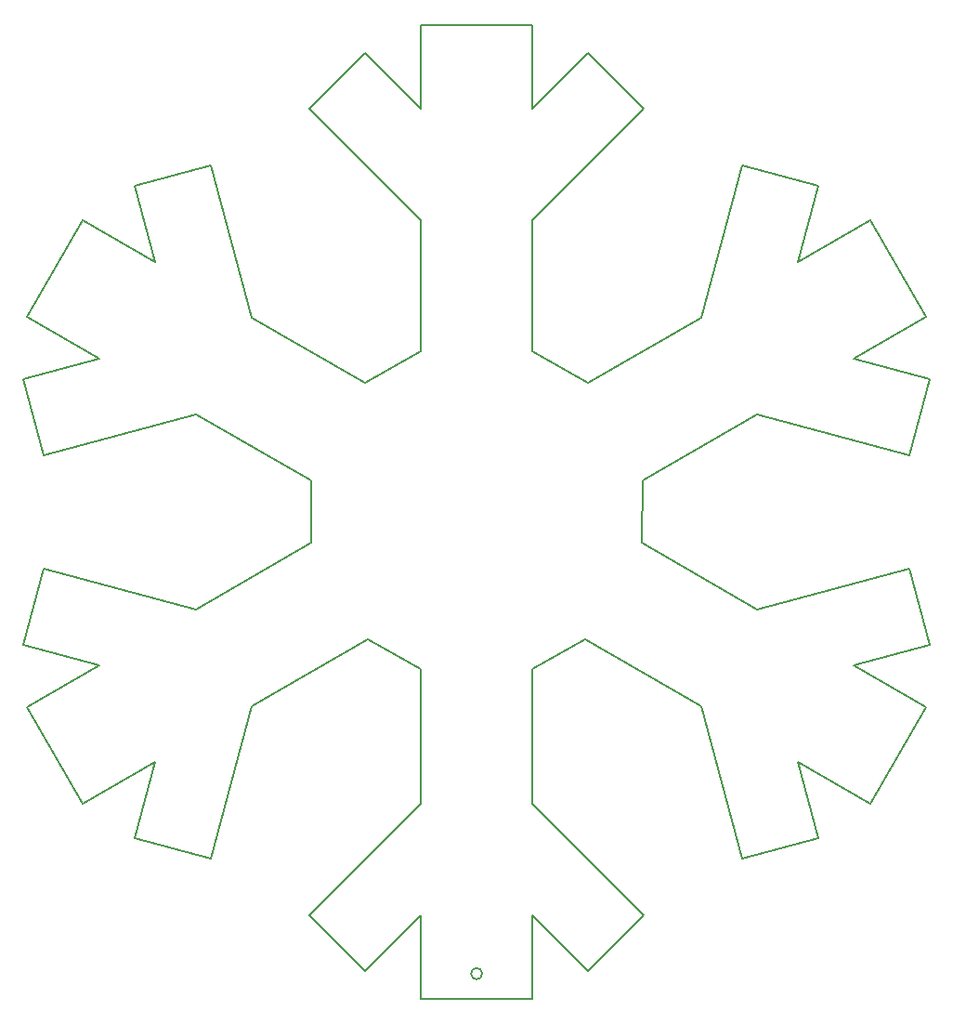
<source format=gm1>
G04 #@! TF.FileFunction,Profile,NP*
%FSLAX46Y46*%
G04 Gerber Fmt 4.6, Leading zero omitted, Abs format (unit mm)*
G04 Created by KiCad (PCBNEW 4.0.5+dfsg1-4) date Thu Nov 23 17:58:13 2017*
%MOMM*%
%LPD*%
G01*
G04 APERTURE LIST*
%ADD10C,0.100000*%
%ADD11C,0.150000*%
G04 APERTURE END LIST*
D10*
D11*
X138302578Y-149004630D02*
G75*
G03X138302578Y-149004630I-508000J0D01*
G01*
X122732379Y-109761633D02*
X122681579Y-104072029D01*
X132714581Y-92261031D02*
X127659981Y-95207434D01*
X147929179Y-95207431D02*
X142874581Y-92261030D01*
X152856781Y-109761634D02*
X152907581Y-104072031D01*
X147675184Y-118524631D02*
X142874582Y-121267834D01*
X132714582Y-121242430D02*
X127913979Y-118499232D01*
X96838389Y-89149936D02*
X101918388Y-80351116D01*
X108517502Y-84161120D02*
X106658095Y-77221710D01*
X113597502Y-75362302D02*
X117316319Y-89241117D01*
X106658095Y-77221710D02*
X113597502Y-75362302D01*
X108517502Y-84161120D02*
X101918388Y-80351116D01*
X112236322Y-98039936D02*
X122681579Y-104072029D01*
X98357500Y-101758753D02*
X112236322Y-98039936D01*
X103437503Y-92959939D02*
X96498092Y-94819342D01*
X103437503Y-92959939D02*
X96838389Y-89149936D01*
X127659981Y-95207434D02*
X117316319Y-89241117D01*
X96498092Y-94819342D02*
X98357500Y-101758753D01*
X122553229Y-70191887D02*
X132713231Y-80351882D01*
X132713231Y-70191886D02*
X127633226Y-65111882D01*
X142873233Y-70191885D02*
X142873231Y-62571890D01*
X127633226Y-65111882D02*
X122553229Y-70191887D01*
X132713231Y-70191886D02*
X132713230Y-62571885D01*
X132713230Y-62571885D02*
X142873231Y-62571890D01*
X142873233Y-70191885D02*
X147953232Y-65111883D01*
X132713231Y-80351882D02*
X132714581Y-92261031D01*
X147953232Y-65111883D02*
X153033231Y-70191888D01*
X142874581Y-92261030D02*
X142873231Y-80351885D01*
X153033231Y-70191888D02*
X142873231Y-80351885D01*
X161990561Y-75362941D02*
X158271744Y-89241756D01*
X173669676Y-80351755D02*
X178749674Y-89150573D01*
X167070563Y-84161756D02*
X168929973Y-77222344D01*
X168929973Y-77222344D02*
X161990561Y-75362941D01*
X167070563Y-84161756D02*
X173669676Y-80351755D01*
X172150565Y-92960572D02*
X178749674Y-89150573D01*
X172150565Y-92960572D02*
X179089968Y-94819985D01*
X177230561Y-101759394D02*
X163351744Y-98040573D01*
X152907581Y-104072031D02*
X163351744Y-98040573D01*
X179089968Y-94819985D02*
X177230561Y-101759394D01*
X158271744Y-89241756D02*
X147929179Y-95207431D01*
X103436748Y-120900161D02*
X96497337Y-119040757D01*
X122732379Y-109761633D02*
X112235569Y-115820163D01*
X117315565Y-124618979D02*
X127913979Y-118499232D01*
X98356747Y-112101345D02*
X112235569Y-115820163D01*
X96497337Y-119040757D02*
X98356747Y-112101345D01*
X108516748Y-129698982D02*
X101917634Y-133508984D01*
X108516748Y-129698982D02*
X106657339Y-136638393D01*
X113596748Y-138497802D02*
X117315565Y-124618979D01*
X103436748Y-120900161D02*
X96837638Y-124710162D01*
X106657339Y-136638393D02*
X113596748Y-138497802D01*
X101917634Y-133508984D02*
X96837638Y-124710162D01*
X167071155Y-129700056D02*
X173670267Y-133510053D01*
X161991158Y-138498873D02*
X158272337Y-124620056D01*
X168930564Y-136639463D02*
X161991158Y-138498873D01*
X167071155Y-129700056D02*
X168930564Y-136639463D01*
X163352338Y-115821238D02*
X152856781Y-109761634D01*
X147675184Y-118524631D02*
X158272337Y-124620056D01*
X177231155Y-112102419D02*
X163352338Y-115821238D01*
X178750264Y-124711233D02*
X173670267Y-133510053D01*
X179090562Y-119041828D02*
X177231155Y-112102419D01*
X172151155Y-120901237D02*
X179090562Y-119041828D01*
X172151155Y-120901237D02*
X178750264Y-124711233D01*
X132714582Y-143670627D02*
X132714578Y-151290630D01*
X142874577Y-133510630D02*
X142874582Y-121267834D01*
X153034579Y-143670630D02*
X142874577Y-133510630D01*
X147954583Y-148750632D02*
X153034579Y-143670630D01*
X142874578Y-143670627D02*
X147954583Y-148750632D01*
X122554579Y-143670631D02*
X132714580Y-133510633D01*
X127634581Y-148750630D02*
X122554579Y-143670631D01*
X132714582Y-143670627D02*
X127634581Y-148750630D01*
X132714582Y-121242430D02*
X132714580Y-133510633D01*
X142874579Y-151290629D02*
X132714578Y-151290630D01*
X142874578Y-143670627D02*
X142874579Y-151290629D01*
M02*

</source>
